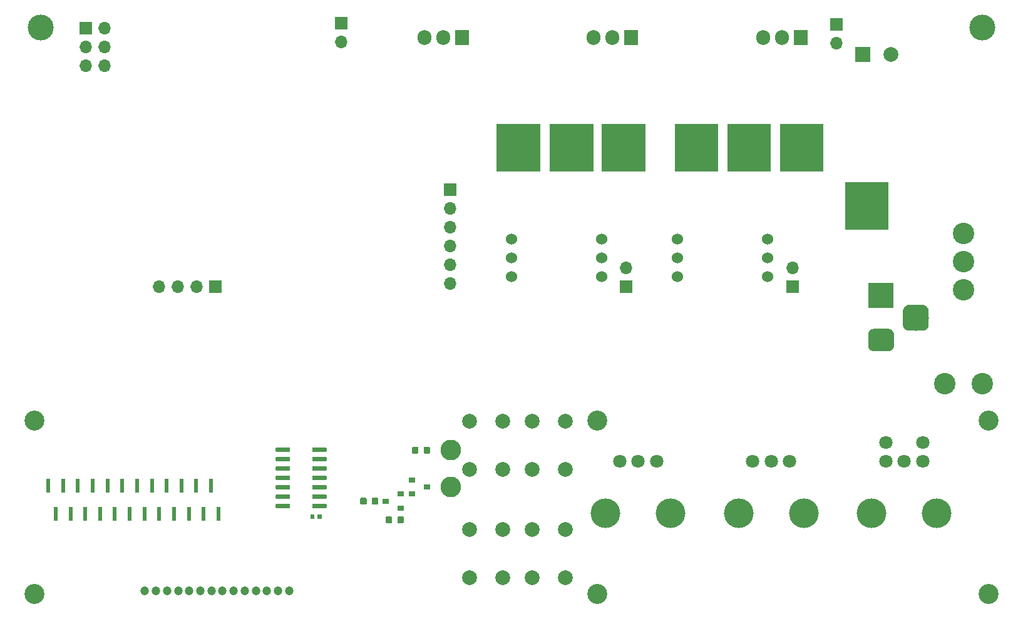
<source format=gbs>
G04 #@! TF.GenerationSoftware,KiCad,Pcbnew,(5.1.2)-1*
G04 #@! TF.CreationDate,2019-05-27T01:00:54-05:00*
G04 #@! TF.ProjectId,mk312,6d6b3331-322e-46b6-9963-61645f706362,rev?*
G04 #@! TF.SameCoordinates,Original*
G04 #@! TF.FileFunction,Soldermask,Bot*
G04 #@! TF.FilePolarity,Negative*
%FSLAX46Y46*%
G04 Gerber Fmt 4.6, Leading zero omitted, Abs format (unit mm)*
G04 Created by KiCad (PCBNEW (5.1.2)-1) date 2019-05-27 01:00:54*
%MOMM*%
%LPD*%
G04 APERTURE LIST*
%ADD10C,0.050000*%
%ADD11C,1.524000*%
%ADD12C,3.500000*%
%ADD13C,2.700000*%
%ADD14C,1.800000*%
%ADD15C,4.000000*%
%ADD16C,2.800000*%
%ADD17C,1.200000*%
%ADD18C,2.000000*%
%ADD19C,0.100000*%
%ADD20C,3.000000*%
%ADD21R,3.500000X3.500000*%
%ADD22O,1.905000X2.000000*%
%ADD23R,1.905000X2.000000*%
%ADD24C,2.900000*%
%ADD25R,0.600000X1.850000*%
%ADD26C,0.590000*%
%ADD27O,1.700000X1.700000*%
%ADD28R,1.700000X1.700000*%
%ADD29C,1.998980*%
%ADD30R,1.998980X1.998980*%
%ADD31C,0.600000*%
%ADD32R,0.900000X0.800000*%
%ADD33C,0.875000*%
G04 APERTURE END LIST*
D10*
G36*
X194032000Y-53612000D02*
G01*
X188232000Y-53612000D01*
X188232000Y-47212000D01*
X194032000Y-47212000D01*
X194032000Y-53612000D01*
G37*
X194032000Y-53612000D02*
X188232000Y-53612000D01*
X188232000Y-47212000D01*
X194032000Y-47212000D01*
X194032000Y-53612000D01*
G36*
X185214000Y-45750000D02*
G01*
X179414000Y-45750000D01*
X179414000Y-39350000D01*
X185214000Y-39350000D01*
X185214000Y-45750000D01*
G37*
X185214000Y-45750000D02*
X179414000Y-45750000D01*
X179414000Y-39350000D01*
X185214000Y-39350000D01*
X185214000Y-45750000D01*
G36*
X178100000Y-45750000D02*
G01*
X172300000Y-45750000D01*
X172300000Y-39350000D01*
X178100000Y-39350000D01*
X178100000Y-45750000D01*
G37*
X178100000Y-45750000D02*
X172300000Y-45750000D01*
X172300000Y-39350000D01*
X178100000Y-39350000D01*
X178100000Y-45750000D01*
G36*
X170990000Y-45750000D02*
G01*
X165190000Y-45750000D01*
X165190000Y-39350000D01*
X170990000Y-39350000D01*
X170990000Y-45750000D01*
G37*
X170990000Y-45750000D02*
X165190000Y-45750000D01*
X165190000Y-39350000D01*
X170990000Y-39350000D01*
X170990000Y-45750000D01*
G36*
X161148000Y-45750000D02*
G01*
X155348000Y-45750000D01*
X155348000Y-39350000D01*
X161148000Y-39350000D01*
X161148000Y-45750000D01*
G37*
X161148000Y-45750000D02*
X155348000Y-45750000D01*
X155348000Y-39350000D01*
X161148000Y-39350000D01*
X161148000Y-45750000D01*
G36*
X154100000Y-45750000D02*
G01*
X148300000Y-45750000D01*
X148300000Y-39350000D01*
X154100000Y-39350000D01*
X154100000Y-45750000D01*
G37*
X154100000Y-45750000D02*
X148300000Y-45750000D01*
X148300000Y-39350000D01*
X154100000Y-39350000D01*
X154100000Y-45750000D01*
G36*
X146924000Y-45750000D02*
G01*
X141124000Y-45750000D01*
X141124000Y-39350000D01*
X146924000Y-39350000D01*
X146924000Y-45750000D01*
G37*
X146924000Y-45750000D02*
X141124000Y-45750000D01*
X141124000Y-39350000D01*
X146924000Y-39350000D01*
X146924000Y-45750000D01*
D11*
X143104000Y-60040000D03*
X143104000Y-57500000D03*
X143104000Y-54960000D03*
X155296000Y-54960000D03*
X155296000Y-57500000D03*
X155296000Y-60040000D03*
D12*
X206770000Y-26330000D03*
X79430000Y-26330000D03*
D13*
X207650000Y-79500000D03*
X207650000Y-103000000D03*
X154750000Y-103000000D03*
X78600000Y-103000000D03*
X154750000Y-79500000D03*
X78600000Y-79500000D03*
D14*
X193750000Y-82500000D03*
X198750000Y-82500000D03*
X198750000Y-85000000D03*
X196250000Y-85000000D03*
X193750000Y-85000000D03*
D15*
X200650000Y-92000000D03*
X191850000Y-92000000D03*
X173850000Y-92000000D03*
X182650000Y-92000000D03*
D14*
X175750000Y-85000000D03*
X178250000Y-85000000D03*
X180750000Y-85000000D03*
D15*
X155850000Y-92000000D03*
X164650000Y-92000000D03*
D14*
X157750000Y-85000000D03*
X160250000Y-85000000D03*
X162750000Y-85000000D03*
D16*
X134950000Y-88500000D03*
X134950000Y-83500000D03*
D17*
X93550000Y-102550000D03*
X95050000Y-102550000D03*
X96550000Y-102550000D03*
X98050000Y-102550000D03*
X99550000Y-102550000D03*
X101050000Y-102550000D03*
X102550000Y-102550000D03*
X104050000Y-102550000D03*
X105550000Y-102550000D03*
X107050000Y-102550000D03*
X108550000Y-102550000D03*
X110050000Y-102550000D03*
X111550000Y-102550000D03*
X113050000Y-102550000D03*
D18*
X137450000Y-79600000D03*
X137450000Y-86100000D03*
X141950000Y-79600000D03*
X141950000Y-86100000D03*
X150450000Y-86100000D03*
X150450000Y-79600000D03*
X145950000Y-86100000D03*
X145950000Y-79600000D03*
X137450000Y-94250000D03*
X137450000Y-100750000D03*
X141950000Y-94250000D03*
X141950000Y-100750000D03*
X150450000Y-100750000D03*
X150450000Y-94250000D03*
X145950000Y-100750000D03*
X145950000Y-94250000D03*
D19*
G36*
X198760765Y-63850213D02*
G01*
X198845704Y-63862813D01*
X198928999Y-63883677D01*
X199009848Y-63912605D01*
X199087472Y-63949319D01*
X199161124Y-63993464D01*
X199230094Y-64044616D01*
X199293718Y-64102282D01*
X199351384Y-64165906D01*
X199402536Y-64234876D01*
X199446681Y-64308528D01*
X199483395Y-64386152D01*
X199512323Y-64467001D01*
X199533187Y-64550296D01*
X199545787Y-64635235D01*
X199550000Y-64721000D01*
X199550000Y-66471000D01*
X199545787Y-66556765D01*
X199533187Y-66641704D01*
X199512323Y-66724999D01*
X199483395Y-66805848D01*
X199446681Y-66883472D01*
X199402536Y-66957124D01*
X199351384Y-67026094D01*
X199293718Y-67089718D01*
X199230094Y-67147384D01*
X199161124Y-67198536D01*
X199087472Y-67242681D01*
X199009848Y-67279395D01*
X198928999Y-67308323D01*
X198845704Y-67329187D01*
X198760765Y-67341787D01*
X198675000Y-67346000D01*
X196925000Y-67346000D01*
X196839235Y-67341787D01*
X196754296Y-67329187D01*
X196671001Y-67308323D01*
X196590152Y-67279395D01*
X196512528Y-67242681D01*
X196438876Y-67198536D01*
X196369906Y-67147384D01*
X196306282Y-67089718D01*
X196248616Y-67026094D01*
X196197464Y-66957124D01*
X196153319Y-66883472D01*
X196116605Y-66805848D01*
X196087677Y-66724999D01*
X196066813Y-66641704D01*
X196054213Y-66556765D01*
X196050000Y-66471000D01*
X196050000Y-64721000D01*
X196054213Y-64635235D01*
X196066813Y-64550296D01*
X196087677Y-64467001D01*
X196116605Y-64386152D01*
X196153319Y-64308528D01*
X196197464Y-64234876D01*
X196248616Y-64165906D01*
X196306282Y-64102282D01*
X196369906Y-64044616D01*
X196438876Y-63993464D01*
X196512528Y-63949319D01*
X196590152Y-63912605D01*
X196671001Y-63883677D01*
X196754296Y-63862813D01*
X196839235Y-63850213D01*
X196925000Y-63846000D01*
X198675000Y-63846000D01*
X198760765Y-63850213D01*
X198760765Y-63850213D01*
G37*
D12*
X197800000Y-65596000D03*
D19*
G36*
X194173513Y-67099611D02*
G01*
X194246318Y-67110411D01*
X194317714Y-67128295D01*
X194387013Y-67153090D01*
X194453548Y-67184559D01*
X194516678Y-67222398D01*
X194575795Y-67266242D01*
X194630330Y-67315670D01*
X194679758Y-67370205D01*
X194723602Y-67429322D01*
X194761441Y-67492452D01*
X194792910Y-67558987D01*
X194817705Y-67628286D01*
X194835589Y-67699682D01*
X194846389Y-67772487D01*
X194850000Y-67846000D01*
X194850000Y-69346000D01*
X194846389Y-69419513D01*
X194835589Y-69492318D01*
X194817705Y-69563714D01*
X194792910Y-69633013D01*
X194761441Y-69699548D01*
X194723602Y-69762678D01*
X194679758Y-69821795D01*
X194630330Y-69876330D01*
X194575795Y-69925758D01*
X194516678Y-69969602D01*
X194453548Y-70007441D01*
X194387013Y-70038910D01*
X194317714Y-70063705D01*
X194246318Y-70081589D01*
X194173513Y-70092389D01*
X194100000Y-70096000D01*
X192100000Y-70096000D01*
X192026487Y-70092389D01*
X191953682Y-70081589D01*
X191882286Y-70063705D01*
X191812987Y-70038910D01*
X191746452Y-70007441D01*
X191683322Y-69969602D01*
X191624205Y-69925758D01*
X191569670Y-69876330D01*
X191520242Y-69821795D01*
X191476398Y-69762678D01*
X191438559Y-69699548D01*
X191407090Y-69633013D01*
X191382295Y-69563714D01*
X191364411Y-69492318D01*
X191353611Y-69419513D01*
X191350000Y-69346000D01*
X191350000Y-67846000D01*
X191353611Y-67772487D01*
X191364411Y-67699682D01*
X191382295Y-67628286D01*
X191407090Y-67558987D01*
X191438559Y-67492452D01*
X191476398Y-67429322D01*
X191520242Y-67370205D01*
X191569670Y-67315670D01*
X191624205Y-67266242D01*
X191683322Y-67222398D01*
X191746452Y-67184559D01*
X191812987Y-67153090D01*
X191882286Y-67128295D01*
X191953682Y-67110411D01*
X192026487Y-67099611D01*
X192100000Y-67096000D01*
X194100000Y-67096000D01*
X194173513Y-67099611D01*
X194173513Y-67099611D01*
G37*
D20*
X193100000Y-68596000D03*
D21*
X193100000Y-62596000D03*
D22*
X177136200Y-27671000D03*
X179676200Y-27671000D03*
D23*
X182216200Y-27671000D03*
D22*
X154200000Y-27671000D03*
X156740000Y-27671000D03*
D23*
X159280000Y-27671000D03*
D22*
X131340000Y-27671000D03*
X133880000Y-27671000D03*
D23*
X136420000Y-27671000D03*
D24*
X206790000Y-74534000D03*
X201710000Y-74534000D03*
X204250000Y-54214000D03*
X204250000Y-58024000D03*
X204250000Y-61834000D03*
D25*
X80490000Y-88300000D03*
X81490000Y-92150000D03*
X82490000Y-88300000D03*
X83490000Y-92150000D03*
X84490000Y-88300000D03*
X85490000Y-92150000D03*
X86490000Y-88300000D03*
X87490000Y-92150000D03*
X88490000Y-88300000D03*
X89490000Y-92150000D03*
X90490000Y-88300000D03*
X91490000Y-92150000D03*
X92490000Y-88300000D03*
X93490000Y-92150000D03*
X94490000Y-88300000D03*
X95490000Y-92150000D03*
X96490000Y-88300000D03*
X97490000Y-92150000D03*
X98490000Y-88300000D03*
X99490000Y-92150000D03*
X100490000Y-88300000D03*
X101490000Y-92150000D03*
X102490000Y-88300000D03*
X103490000Y-92150000D03*
D19*
G36*
X116366958Y-92180710D02*
G01*
X116381276Y-92182834D01*
X116395317Y-92186351D01*
X116408946Y-92191228D01*
X116422031Y-92197417D01*
X116434447Y-92204858D01*
X116446073Y-92213481D01*
X116456798Y-92223202D01*
X116466519Y-92233927D01*
X116475142Y-92245553D01*
X116482583Y-92257969D01*
X116488772Y-92271054D01*
X116493649Y-92284683D01*
X116497166Y-92298724D01*
X116499290Y-92313042D01*
X116500000Y-92327500D01*
X116500000Y-92672500D01*
X116499290Y-92686958D01*
X116497166Y-92701276D01*
X116493649Y-92715317D01*
X116488772Y-92728946D01*
X116482583Y-92742031D01*
X116475142Y-92754447D01*
X116466519Y-92766073D01*
X116456798Y-92776798D01*
X116446073Y-92786519D01*
X116434447Y-92795142D01*
X116422031Y-92802583D01*
X116408946Y-92808772D01*
X116395317Y-92813649D01*
X116381276Y-92817166D01*
X116366958Y-92819290D01*
X116352500Y-92820000D01*
X116057500Y-92820000D01*
X116043042Y-92819290D01*
X116028724Y-92817166D01*
X116014683Y-92813649D01*
X116001054Y-92808772D01*
X115987969Y-92802583D01*
X115975553Y-92795142D01*
X115963927Y-92786519D01*
X115953202Y-92776798D01*
X115943481Y-92766073D01*
X115934858Y-92754447D01*
X115927417Y-92742031D01*
X115921228Y-92728946D01*
X115916351Y-92715317D01*
X115912834Y-92701276D01*
X115910710Y-92686958D01*
X115910000Y-92672500D01*
X115910000Y-92327500D01*
X115910710Y-92313042D01*
X115912834Y-92298724D01*
X115916351Y-92284683D01*
X115921228Y-92271054D01*
X115927417Y-92257969D01*
X115934858Y-92245553D01*
X115943481Y-92233927D01*
X115953202Y-92223202D01*
X115963927Y-92213481D01*
X115975553Y-92204858D01*
X115987969Y-92197417D01*
X116001054Y-92191228D01*
X116014683Y-92186351D01*
X116028724Y-92182834D01*
X116043042Y-92180710D01*
X116057500Y-92180000D01*
X116352500Y-92180000D01*
X116366958Y-92180710D01*
X116366958Y-92180710D01*
G37*
D26*
X116205000Y-92500000D03*
D19*
G36*
X117336958Y-92180710D02*
G01*
X117351276Y-92182834D01*
X117365317Y-92186351D01*
X117378946Y-92191228D01*
X117392031Y-92197417D01*
X117404447Y-92204858D01*
X117416073Y-92213481D01*
X117426798Y-92223202D01*
X117436519Y-92233927D01*
X117445142Y-92245553D01*
X117452583Y-92257969D01*
X117458772Y-92271054D01*
X117463649Y-92284683D01*
X117467166Y-92298724D01*
X117469290Y-92313042D01*
X117470000Y-92327500D01*
X117470000Y-92672500D01*
X117469290Y-92686958D01*
X117467166Y-92701276D01*
X117463649Y-92715317D01*
X117458772Y-92728946D01*
X117452583Y-92742031D01*
X117445142Y-92754447D01*
X117436519Y-92766073D01*
X117426798Y-92776798D01*
X117416073Y-92786519D01*
X117404447Y-92795142D01*
X117392031Y-92802583D01*
X117378946Y-92808772D01*
X117365317Y-92813649D01*
X117351276Y-92817166D01*
X117336958Y-92819290D01*
X117322500Y-92820000D01*
X117027500Y-92820000D01*
X117013042Y-92819290D01*
X116998724Y-92817166D01*
X116984683Y-92813649D01*
X116971054Y-92808772D01*
X116957969Y-92802583D01*
X116945553Y-92795142D01*
X116933927Y-92786519D01*
X116923202Y-92776798D01*
X116913481Y-92766073D01*
X116904858Y-92754447D01*
X116897417Y-92742031D01*
X116891228Y-92728946D01*
X116886351Y-92715317D01*
X116882834Y-92701276D01*
X116880710Y-92686958D01*
X116880000Y-92672500D01*
X116880000Y-92327500D01*
X116880710Y-92313042D01*
X116882834Y-92298724D01*
X116886351Y-92284683D01*
X116891228Y-92271054D01*
X116897417Y-92257969D01*
X116904858Y-92245553D01*
X116913481Y-92233927D01*
X116923202Y-92223202D01*
X116933927Y-92213481D01*
X116945553Y-92204858D01*
X116957969Y-92197417D01*
X116971054Y-92191228D01*
X116984683Y-92186351D01*
X116998724Y-92182834D01*
X117013042Y-92180710D01*
X117027500Y-92180000D01*
X117322500Y-92180000D01*
X117336958Y-92180710D01*
X117336958Y-92180710D01*
G37*
D26*
X117175000Y-92500000D03*
D27*
X158640000Y-58810000D03*
D28*
X158640000Y-61350000D03*
D27*
X181140000Y-58810000D03*
D28*
X181140000Y-61350000D03*
D27*
X187100000Y-28420000D03*
D28*
X187100000Y-25880000D03*
D27*
X120138600Y-28306000D03*
D28*
X120138600Y-25766000D03*
D27*
X95440000Y-61420000D03*
X97980000Y-61420000D03*
X100520000Y-61420000D03*
D28*
X103060000Y-61420000D03*
D27*
X134840000Y-60970000D03*
X134840000Y-58430000D03*
X134840000Y-55890000D03*
X134840000Y-53350000D03*
X134840000Y-50810000D03*
D28*
X134840000Y-48270000D03*
D27*
X88130000Y-31530000D03*
X85590000Y-31530000D03*
X88130000Y-28990000D03*
X85590000Y-28990000D03*
X88130000Y-26450000D03*
D28*
X85590000Y-26450000D03*
D29*
X194400000Y-29940000D03*
D30*
X190590000Y-29940000D03*
D19*
G36*
X118004703Y-90760722D02*
G01*
X118019264Y-90762882D01*
X118033543Y-90766459D01*
X118047403Y-90771418D01*
X118060710Y-90777712D01*
X118073336Y-90785280D01*
X118085159Y-90794048D01*
X118096066Y-90803934D01*
X118105952Y-90814841D01*
X118114720Y-90826664D01*
X118122288Y-90839290D01*
X118128582Y-90852597D01*
X118133541Y-90866457D01*
X118137118Y-90880736D01*
X118139278Y-90895297D01*
X118140000Y-90910000D01*
X118140000Y-91210000D01*
X118139278Y-91224703D01*
X118137118Y-91239264D01*
X118133541Y-91253543D01*
X118128582Y-91267403D01*
X118122288Y-91280710D01*
X118114720Y-91293336D01*
X118105952Y-91305159D01*
X118096066Y-91316066D01*
X118085159Y-91325952D01*
X118073336Y-91334720D01*
X118060710Y-91342288D01*
X118047403Y-91348582D01*
X118033543Y-91353541D01*
X118019264Y-91357118D01*
X118004703Y-91359278D01*
X117990000Y-91360000D01*
X116340000Y-91360000D01*
X116325297Y-91359278D01*
X116310736Y-91357118D01*
X116296457Y-91353541D01*
X116282597Y-91348582D01*
X116269290Y-91342288D01*
X116256664Y-91334720D01*
X116244841Y-91325952D01*
X116233934Y-91316066D01*
X116224048Y-91305159D01*
X116215280Y-91293336D01*
X116207712Y-91280710D01*
X116201418Y-91267403D01*
X116196459Y-91253543D01*
X116192882Y-91239264D01*
X116190722Y-91224703D01*
X116190000Y-91210000D01*
X116190000Y-90910000D01*
X116190722Y-90895297D01*
X116192882Y-90880736D01*
X116196459Y-90866457D01*
X116201418Y-90852597D01*
X116207712Y-90839290D01*
X116215280Y-90826664D01*
X116224048Y-90814841D01*
X116233934Y-90803934D01*
X116244841Y-90794048D01*
X116256664Y-90785280D01*
X116269290Y-90777712D01*
X116282597Y-90771418D01*
X116296457Y-90766459D01*
X116310736Y-90762882D01*
X116325297Y-90760722D01*
X116340000Y-90760000D01*
X117990000Y-90760000D01*
X118004703Y-90760722D01*
X118004703Y-90760722D01*
G37*
D31*
X117165000Y-91060000D03*
D19*
G36*
X118004703Y-89490722D02*
G01*
X118019264Y-89492882D01*
X118033543Y-89496459D01*
X118047403Y-89501418D01*
X118060710Y-89507712D01*
X118073336Y-89515280D01*
X118085159Y-89524048D01*
X118096066Y-89533934D01*
X118105952Y-89544841D01*
X118114720Y-89556664D01*
X118122288Y-89569290D01*
X118128582Y-89582597D01*
X118133541Y-89596457D01*
X118137118Y-89610736D01*
X118139278Y-89625297D01*
X118140000Y-89640000D01*
X118140000Y-89940000D01*
X118139278Y-89954703D01*
X118137118Y-89969264D01*
X118133541Y-89983543D01*
X118128582Y-89997403D01*
X118122288Y-90010710D01*
X118114720Y-90023336D01*
X118105952Y-90035159D01*
X118096066Y-90046066D01*
X118085159Y-90055952D01*
X118073336Y-90064720D01*
X118060710Y-90072288D01*
X118047403Y-90078582D01*
X118033543Y-90083541D01*
X118019264Y-90087118D01*
X118004703Y-90089278D01*
X117990000Y-90090000D01*
X116340000Y-90090000D01*
X116325297Y-90089278D01*
X116310736Y-90087118D01*
X116296457Y-90083541D01*
X116282597Y-90078582D01*
X116269290Y-90072288D01*
X116256664Y-90064720D01*
X116244841Y-90055952D01*
X116233934Y-90046066D01*
X116224048Y-90035159D01*
X116215280Y-90023336D01*
X116207712Y-90010710D01*
X116201418Y-89997403D01*
X116196459Y-89983543D01*
X116192882Y-89969264D01*
X116190722Y-89954703D01*
X116190000Y-89940000D01*
X116190000Y-89640000D01*
X116190722Y-89625297D01*
X116192882Y-89610736D01*
X116196459Y-89596457D01*
X116201418Y-89582597D01*
X116207712Y-89569290D01*
X116215280Y-89556664D01*
X116224048Y-89544841D01*
X116233934Y-89533934D01*
X116244841Y-89524048D01*
X116256664Y-89515280D01*
X116269290Y-89507712D01*
X116282597Y-89501418D01*
X116296457Y-89496459D01*
X116310736Y-89492882D01*
X116325297Y-89490722D01*
X116340000Y-89490000D01*
X117990000Y-89490000D01*
X118004703Y-89490722D01*
X118004703Y-89490722D01*
G37*
D31*
X117165000Y-89790000D03*
D19*
G36*
X118004703Y-88220722D02*
G01*
X118019264Y-88222882D01*
X118033543Y-88226459D01*
X118047403Y-88231418D01*
X118060710Y-88237712D01*
X118073336Y-88245280D01*
X118085159Y-88254048D01*
X118096066Y-88263934D01*
X118105952Y-88274841D01*
X118114720Y-88286664D01*
X118122288Y-88299290D01*
X118128582Y-88312597D01*
X118133541Y-88326457D01*
X118137118Y-88340736D01*
X118139278Y-88355297D01*
X118140000Y-88370000D01*
X118140000Y-88670000D01*
X118139278Y-88684703D01*
X118137118Y-88699264D01*
X118133541Y-88713543D01*
X118128582Y-88727403D01*
X118122288Y-88740710D01*
X118114720Y-88753336D01*
X118105952Y-88765159D01*
X118096066Y-88776066D01*
X118085159Y-88785952D01*
X118073336Y-88794720D01*
X118060710Y-88802288D01*
X118047403Y-88808582D01*
X118033543Y-88813541D01*
X118019264Y-88817118D01*
X118004703Y-88819278D01*
X117990000Y-88820000D01*
X116340000Y-88820000D01*
X116325297Y-88819278D01*
X116310736Y-88817118D01*
X116296457Y-88813541D01*
X116282597Y-88808582D01*
X116269290Y-88802288D01*
X116256664Y-88794720D01*
X116244841Y-88785952D01*
X116233934Y-88776066D01*
X116224048Y-88765159D01*
X116215280Y-88753336D01*
X116207712Y-88740710D01*
X116201418Y-88727403D01*
X116196459Y-88713543D01*
X116192882Y-88699264D01*
X116190722Y-88684703D01*
X116190000Y-88670000D01*
X116190000Y-88370000D01*
X116190722Y-88355297D01*
X116192882Y-88340736D01*
X116196459Y-88326457D01*
X116201418Y-88312597D01*
X116207712Y-88299290D01*
X116215280Y-88286664D01*
X116224048Y-88274841D01*
X116233934Y-88263934D01*
X116244841Y-88254048D01*
X116256664Y-88245280D01*
X116269290Y-88237712D01*
X116282597Y-88231418D01*
X116296457Y-88226459D01*
X116310736Y-88222882D01*
X116325297Y-88220722D01*
X116340000Y-88220000D01*
X117990000Y-88220000D01*
X118004703Y-88220722D01*
X118004703Y-88220722D01*
G37*
D31*
X117165000Y-88520000D03*
D19*
G36*
X118004703Y-86950722D02*
G01*
X118019264Y-86952882D01*
X118033543Y-86956459D01*
X118047403Y-86961418D01*
X118060710Y-86967712D01*
X118073336Y-86975280D01*
X118085159Y-86984048D01*
X118096066Y-86993934D01*
X118105952Y-87004841D01*
X118114720Y-87016664D01*
X118122288Y-87029290D01*
X118128582Y-87042597D01*
X118133541Y-87056457D01*
X118137118Y-87070736D01*
X118139278Y-87085297D01*
X118140000Y-87100000D01*
X118140000Y-87400000D01*
X118139278Y-87414703D01*
X118137118Y-87429264D01*
X118133541Y-87443543D01*
X118128582Y-87457403D01*
X118122288Y-87470710D01*
X118114720Y-87483336D01*
X118105952Y-87495159D01*
X118096066Y-87506066D01*
X118085159Y-87515952D01*
X118073336Y-87524720D01*
X118060710Y-87532288D01*
X118047403Y-87538582D01*
X118033543Y-87543541D01*
X118019264Y-87547118D01*
X118004703Y-87549278D01*
X117990000Y-87550000D01*
X116340000Y-87550000D01*
X116325297Y-87549278D01*
X116310736Y-87547118D01*
X116296457Y-87543541D01*
X116282597Y-87538582D01*
X116269290Y-87532288D01*
X116256664Y-87524720D01*
X116244841Y-87515952D01*
X116233934Y-87506066D01*
X116224048Y-87495159D01*
X116215280Y-87483336D01*
X116207712Y-87470710D01*
X116201418Y-87457403D01*
X116196459Y-87443543D01*
X116192882Y-87429264D01*
X116190722Y-87414703D01*
X116190000Y-87400000D01*
X116190000Y-87100000D01*
X116190722Y-87085297D01*
X116192882Y-87070736D01*
X116196459Y-87056457D01*
X116201418Y-87042597D01*
X116207712Y-87029290D01*
X116215280Y-87016664D01*
X116224048Y-87004841D01*
X116233934Y-86993934D01*
X116244841Y-86984048D01*
X116256664Y-86975280D01*
X116269290Y-86967712D01*
X116282597Y-86961418D01*
X116296457Y-86956459D01*
X116310736Y-86952882D01*
X116325297Y-86950722D01*
X116340000Y-86950000D01*
X117990000Y-86950000D01*
X118004703Y-86950722D01*
X118004703Y-86950722D01*
G37*
D31*
X117165000Y-87250000D03*
D19*
G36*
X118004703Y-85680722D02*
G01*
X118019264Y-85682882D01*
X118033543Y-85686459D01*
X118047403Y-85691418D01*
X118060710Y-85697712D01*
X118073336Y-85705280D01*
X118085159Y-85714048D01*
X118096066Y-85723934D01*
X118105952Y-85734841D01*
X118114720Y-85746664D01*
X118122288Y-85759290D01*
X118128582Y-85772597D01*
X118133541Y-85786457D01*
X118137118Y-85800736D01*
X118139278Y-85815297D01*
X118140000Y-85830000D01*
X118140000Y-86130000D01*
X118139278Y-86144703D01*
X118137118Y-86159264D01*
X118133541Y-86173543D01*
X118128582Y-86187403D01*
X118122288Y-86200710D01*
X118114720Y-86213336D01*
X118105952Y-86225159D01*
X118096066Y-86236066D01*
X118085159Y-86245952D01*
X118073336Y-86254720D01*
X118060710Y-86262288D01*
X118047403Y-86268582D01*
X118033543Y-86273541D01*
X118019264Y-86277118D01*
X118004703Y-86279278D01*
X117990000Y-86280000D01*
X116340000Y-86280000D01*
X116325297Y-86279278D01*
X116310736Y-86277118D01*
X116296457Y-86273541D01*
X116282597Y-86268582D01*
X116269290Y-86262288D01*
X116256664Y-86254720D01*
X116244841Y-86245952D01*
X116233934Y-86236066D01*
X116224048Y-86225159D01*
X116215280Y-86213336D01*
X116207712Y-86200710D01*
X116201418Y-86187403D01*
X116196459Y-86173543D01*
X116192882Y-86159264D01*
X116190722Y-86144703D01*
X116190000Y-86130000D01*
X116190000Y-85830000D01*
X116190722Y-85815297D01*
X116192882Y-85800736D01*
X116196459Y-85786457D01*
X116201418Y-85772597D01*
X116207712Y-85759290D01*
X116215280Y-85746664D01*
X116224048Y-85734841D01*
X116233934Y-85723934D01*
X116244841Y-85714048D01*
X116256664Y-85705280D01*
X116269290Y-85697712D01*
X116282597Y-85691418D01*
X116296457Y-85686459D01*
X116310736Y-85682882D01*
X116325297Y-85680722D01*
X116340000Y-85680000D01*
X117990000Y-85680000D01*
X118004703Y-85680722D01*
X118004703Y-85680722D01*
G37*
D31*
X117165000Y-85980000D03*
D19*
G36*
X118004703Y-84410722D02*
G01*
X118019264Y-84412882D01*
X118033543Y-84416459D01*
X118047403Y-84421418D01*
X118060710Y-84427712D01*
X118073336Y-84435280D01*
X118085159Y-84444048D01*
X118096066Y-84453934D01*
X118105952Y-84464841D01*
X118114720Y-84476664D01*
X118122288Y-84489290D01*
X118128582Y-84502597D01*
X118133541Y-84516457D01*
X118137118Y-84530736D01*
X118139278Y-84545297D01*
X118140000Y-84560000D01*
X118140000Y-84860000D01*
X118139278Y-84874703D01*
X118137118Y-84889264D01*
X118133541Y-84903543D01*
X118128582Y-84917403D01*
X118122288Y-84930710D01*
X118114720Y-84943336D01*
X118105952Y-84955159D01*
X118096066Y-84966066D01*
X118085159Y-84975952D01*
X118073336Y-84984720D01*
X118060710Y-84992288D01*
X118047403Y-84998582D01*
X118033543Y-85003541D01*
X118019264Y-85007118D01*
X118004703Y-85009278D01*
X117990000Y-85010000D01*
X116340000Y-85010000D01*
X116325297Y-85009278D01*
X116310736Y-85007118D01*
X116296457Y-85003541D01*
X116282597Y-84998582D01*
X116269290Y-84992288D01*
X116256664Y-84984720D01*
X116244841Y-84975952D01*
X116233934Y-84966066D01*
X116224048Y-84955159D01*
X116215280Y-84943336D01*
X116207712Y-84930710D01*
X116201418Y-84917403D01*
X116196459Y-84903543D01*
X116192882Y-84889264D01*
X116190722Y-84874703D01*
X116190000Y-84860000D01*
X116190000Y-84560000D01*
X116190722Y-84545297D01*
X116192882Y-84530736D01*
X116196459Y-84516457D01*
X116201418Y-84502597D01*
X116207712Y-84489290D01*
X116215280Y-84476664D01*
X116224048Y-84464841D01*
X116233934Y-84453934D01*
X116244841Y-84444048D01*
X116256664Y-84435280D01*
X116269290Y-84427712D01*
X116282597Y-84421418D01*
X116296457Y-84416459D01*
X116310736Y-84412882D01*
X116325297Y-84410722D01*
X116340000Y-84410000D01*
X117990000Y-84410000D01*
X118004703Y-84410722D01*
X118004703Y-84410722D01*
G37*
D31*
X117165000Y-84710000D03*
D19*
G36*
X118004703Y-83140722D02*
G01*
X118019264Y-83142882D01*
X118033543Y-83146459D01*
X118047403Y-83151418D01*
X118060710Y-83157712D01*
X118073336Y-83165280D01*
X118085159Y-83174048D01*
X118096066Y-83183934D01*
X118105952Y-83194841D01*
X118114720Y-83206664D01*
X118122288Y-83219290D01*
X118128582Y-83232597D01*
X118133541Y-83246457D01*
X118137118Y-83260736D01*
X118139278Y-83275297D01*
X118140000Y-83290000D01*
X118140000Y-83590000D01*
X118139278Y-83604703D01*
X118137118Y-83619264D01*
X118133541Y-83633543D01*
X118128582Y-83647403D01*
X118122288Y-83660710D01*
X118114720Y-83673336D01*
X118105952Y-83685159D01*
X118096066Y-83696066D01*
X118085159Y-83705952D01*
X118073336Y-83714720D01*
X118060710Y-83722288D01*
X118047403Y-83728582D01*
X118033543Y-83733541D01*
X118019264Y-83737118D01*
X118004703Y-83739278D01*
X117990000Y-83740000D01*
X116340000Y-83740000D01*
X116325297Y-83739278D01*
X116310736Y-83737118D01*
X116296457Y-83733541D01*
X116282597Y-83728582D01*
X116269290Y-83722288D01*
X116256664Y-83714720D01*
X116244841Y-83705952D01*
X116233934Y-83696066D01*
X116224048Y-83685159D01*
X116215280Y-83673336D01*
X116207712Y-83660710D01*
X116201418Y-83647403D01*
X116196459Y-83633543D01*
X116192882Y-83619264D01*
X116190722Y-83604703D01*
X116190000Y-83590000D01*
X116190000Y-83290000D01*
X116190722Y-83275297D01*
X116192882Y-83260736D01*
X116196459Y-83246457D01*
X116201418Y-83232597D01*
X116207712Y-83219290D01*
X116215280Y-83206664D01*
X116224048Y-83194841D01*
X116233934Y-83183934D01*
X116244841Y-83174048D01*
X116256664Y-83165280D01*
X116269290Y-83157712D01*
X116282597Y-83151418D01*
X116296457Y-83146459D01*
X116310736Y-83142882D01*
X116325297Y-83140722D01*
X116340000Y-83140000D01*
X117990000Y-83140000D01*
X118004703Y-83140722D01*
X118004703Y-83140722D01*
G37*
D31*
X117165000Y-83440000D03*
D19*
G36*
X113054703Y-83140722D02*
G01*
X113069264Y-83142882D01*
X113083543Y-83146459D01*
X113097403Y-83151418D01*
X113110710Y-83157712D01*
X113123336Y-83165280D01*
X113135159Y-83174048D01*
X113146066Y-83183934D01*
X113155952Y-83194841D01*
X113164720Y-83206664D01*
X113172288Y-83219290D01*
X113178582Y-83232597D01*
X113183541Y-83246457D01*
X113187118Y-83260736D01*
X113189278Y-83275297D01*
X113190000Y-83290000D01*
X113190000Y-83590000D01*
X113189278Y-83604703D01*
X113187118Y-83619264D01*
X113183541Y-83633543D01*
X113178582Y-83647403D01*
X113172288Y-83660710D01*
X113164720Y-83673336D01*
X113155952Y-83685159D01*
X113146066Y-83696066D01*
X113135159Y-83705952D01*
X113123336Y-83714720D01*
X113110710Y-83722288D01*
X113097403Y-83728582D01*
X113083543Y-83733541D01*
X113069264Y-83737118D01*
X113054703Y-83739278D01*
X113040000Y-83740000D01*
X111390000Y-83740000D01*
X111375297Y-83739278D01*
X111360736Y-83737118D01*
X111346457Y-83733541D01*
X111332597Y-83728582D01*
X111319290Y-83722288D01*
X111306664Y-83714720D01*
X111294841Y-83705952D01*
X111283934Y-83696066D01*
X111274048Y-83685159D01*
X111265280Y-83673336D01*
X111257712Y-83660710D01*
X111251418Y-83647403D01*
X111246459Y-83633543D01*
X111242882Y-83619264D01*
X111240722Y-83604703D01*
X111240000Y-83590000D01*
X111240000Y-83290000D01*
X111240722Y-83275297D01*
X111242882Y-83260736D01*
X111246459Y-83246457D01*
X111251418Y-83232597D01*
X111257712Y-83219290D01*
X111265280Y-83206664D01*
X111274048Y-83194841D01*
X111283934Y-83183934D01*
X111294841Y-83174048D01*
X111306664Y-83165280D01*
X111319290Y-83157712D01*
X111332597Y-83151418D01*
X111346457Y-83146459D01*
X111360736Y-83142882D01*
X111375297Y-83140722D01*
X111390000Y-83140000D01*
X113040000Y-83140000D01*
X113054703Y-83140722D01*
X113054703Y-83140722D01*
G37*
D31*
X112215000Y-83440000D03*
D19*
G36*
X113054703Y-84410722D02*
G01*
X113069264Y-84412882D01*
X113083543Y-84416459D01*
X113097403Y-84421418D01*
X113110710Y-84427712D01*
X113123336Y-84435280D01*
X113135159Y-84444048D01*
X113146066Y-84453934D01*
X113155952Y-84464841D01*
X113164720Y-84476664D01*
X113172288Y-84489290D01*
X113178582Y-84502597D01*
X113183541Y-84516457D01*
X113187118Y-84530736D01*
X113189278Y-84545297D01*
X113190000Y-84560000D01*
X113190000Y-84860000D01*
X113189278Y-84874703D01*
X113187118Y-84889264D01*
X113183541Y-84903543D01*
X113178582Y-84917403D01*
X113172288Y-84930710D01*
X113164720Y-84943336D01*
X113155952Y-84955159D01*
X113146066Y-84966066D01*
X113135159Y-84975952D01*
X113123336Y-84984720D01*
X113110710Y-84992288D01*
X113097403Y-84998582D01*
X113083543Y-85003541D01*
X113069264Y-85007118D01*
X113054703Y-85009278D01*
X113040000Y-85010000D01*
X111390000Y-85010000D01*
X111375297Y-85009278D01*
X111360736Y-85007118D01*
X111346457Y-85003541D01*
X111332597Y-84998582D01*
X111319290Y-84992288D01*
X111306664Y-84984720D01*
X111294841Y-84975952D01*
X111283934Y-84966066D01*
X111274048Y-84955159D01*
X111265280Y-84943336D01*
X111257712Y-84930710D01*
X111251418Y-84917403D01*
X111246459Y-84903543D01*
X111242882Y-84889264D01*
X111240722Y-84874703D01*
X111240000Y-84860000D01*
X111240000Y-84560000D01*
X111240722Y-84545297D01*
X111242882Y-84530736D01*
X111246459Y-84516457D01*
X111251418Y-84502597D01*
X111257712Y-84489290D01*
X111265280Y-84476664D01*
X111274048Y-84464841D01*
X111283934Y-84453934D01*
X111294841Y-84444048D01*
X111306664Y-84435280D01*
X111319290Y-84427712D01*
X111332597Y-84421418D01*
X111346457Y-84416459D01*
X111360736Y-84412882D01*
X111375297Y-84410722D01*
X111390000Y-84410000D01*
X113040000Y-84410000D01*
X113054703Y-84410722D01*
X113054703Y-84410722D01*
G37*
D31*
X112215000Y-84710000D03*
D19*
G36*
X113054703Y-85680722D02*
G01*
X113069264Y-85682882D01*
X113083543Y-85686459D01*
X113097403Y-85691418D01*
X113110710Y-85697712D01*
X113123336Y-85705280D01*
X113135159Y-85714048D01*
X113146066Y-85723934D01*
X113155952Y-85734841D01*
X113164720Y-85746664D01*
X113172288Y-85759290D01*
X113178582Y-85772597D01*
X113183541Y-85786457D01*
X113187118Y-85800736D01*
X113189278Y-85815297D01*
X113190000Y-85830000D01*
X113190000Y-86130000D01*
X113189278Y-86144703D01*
X113187118Y-86159264D01*
X113183541Y-86173543D01*
X113178582Y-86187403D01*
X113172288Y-86200710D01*
X113164720Y-86213336D01*
X113155952Y-86225159D01*
X113146066Y-86236066D01*
X113135159Y-86245952D01*
X113123336Y-86254720D01*
X113110710Y-86262288D01*
X113097403Y-86268582D01*
X113083543Y-86273541D01*
X113069264Y-86277118D01*
X113054703Y-86279278D01*
X113040000Y-86280000D01*
X111390000Y-86280000D01*
X111375297Y-86279278D01*
X111360736Y-86277118D01*
X111346457Y-86273541D01*
X111332597Y-86268582D01*
X111319290Y-86262288D01*
X111306664Y-86254720D01*
X111294841Y-86245952D01*
X111283934Y-86236066D01*
X111274048Y-86225159D01*
X111265280Y-86213336D01*
X111257712Y-86200710D01*
X111251418Y-86187403D01*
X111246459Y-86173543D01*
X111242882Y-86159264D01*
X111240722Y-86144703D01*
X111240000Y-86130000D01*
X111240000Y-85830000D01*
X111240722Y-85815297D01*
X111242882Y-85800736D01*
X111246459Y-85786457D01*
X111251418Y-85772597D01*
X111257712Y-85759290D01*
X111265280Y-85746664D01*
X111274048Y-85734841D01*
X111283934Y-85723934D01*
X111294841Y-85714048D01*
X111306664Y-85705280D01*
X111319290Y-85697712D01*
X111332597Y-85691418D01*
X111346457Y-85686459D01*
X111360736Y-85682882D01*
X111375297Y-85680722D01*
X111390000Y-85680000D01*
X113040000Y-85680000D01*
X113054703Y-85680722D01*
X113054703Y-85680722D01*
G37*
D31*
X112215000Y-85980000D03*
D19*
G36*
X113054703Y-86950722D02*
G01*
X113069264Y-86952882D01*
X113083543Y-86956459D01*
X113097403Y-86961418D01*
X113110710Y-86967712D01*
X113123336Y-86975280D01*
X113135159Y-86984048D01*
X113146066Y-86993934D01*
X113155952Y-87004841D01*
X113164720Y-87016664D01*
X113172288Y-87029290D01*
X113178582Y-87042597D01*
X113183541Y-87056457D01*
X113187118Y-87070736D01*
X113189278Y-87085297D01*
X113190000Y-87100000D01*
X113190000Y-87400000D01*
X113189278Y-87414703D01*
X113187118Y-87429264D01*
X113183541Y-87443543D01*
X113178582Y-87457403D01*
X113172288Y-87470710D01*
X113164720Y-87483336D01*
X113155952Y-87495159D01*
X113146066Y-87506066D01*
X113135159Y-87515952D01*
X113123336Y-87524720D01*
X113110710Y-87532288D01*
X113097403Y-87538582D01*
X113083543Y-87543541D01*
X113069264Y-87547118D01*
X113054703Y-87549278D01*
X113040000Y-87550000D01*
X111390000Y-87550000D01*
X111375297Y-87549278D01*
X111360736Y-87547118D01*
X111346457Y-87543541D01*
X111332597Y-87538582D01*
X111319290Y-87532288D01*
X111306664Y-87524720D01*
X111294841Y-87515952D01*
X111283934Y-87506066D01*
X111274048Y-87495159D01*
X111265280Y-87483336D01*
X111257712Y-87470710D01*
X111251418Y-87457403D01*
X111246459Y-87443543D01*
X111242882Y-87429264D01*
X111240722Y-87414703D01*
X111240000Y-87400000D01*
X111240000Y-87100000D01*
X111240722Y-87085297D01*
X111242882Y-87070736D01*
X111246459Y-87056457D01*
X111251418Y-87042597D01*
X111257712Y-87029290D01*
X111265280Y-87016664D01*
X111274048Y-87004841D01*
X111283934Y-86993934D01*
X111294841Y-86984048D01*
X111306664Y-86975280D01*
X111319290Y-86967712D01*
X111332597Y-86961418D01*
X111346457Y-86956459D01*
X111360736Y-86952882D01*
X111375297Y-86950722D01*
X111390000Y-86950000D01*
X113040000Y-86950000D01*
X113054703Y-86950722D01*
X113054703Y-86950722D01*
G37*
D31*
X112215000Y-87250000D03*
D19*
G36*
X113054703Y-88220722D02*
G01*
X113069264Y-88222882D01*
X113083543Y-88226459D01*
X113097403Y-88231418D01*
X113110710Y-88237712D01*
X113123336Y-88245280D01*
X113135159Y-88254048D01*
X113146066Y-88263934D01*
X113155952Y-88274841D01*
X113164720Y-88286664D01*
X113172288Y-88299290D01*
X113178582Y-88312597D01*
X113183541Y-88326457D01*
X113187118Y-88340736D01*
X113189278Y-88355297D01*
X113190000Y-88370000D01*
X113190000Y-88670000D01*
X113189278Y-88684703D01*
X113187118Y-88699264D01*
X113183541Y-88713543D01*
X113178582Y-88727403D01*
X113172288Y-88740710D01*
X113164720Y-88753336D01*
X113155952Y-88765159D01*
X113146066Y-88776066D01*
X113135159Y-88785952D01*
X113123336Y-88794720D01*
X113110710Y-88802288D01*
X113097403Y-88808582D01*
X113083543Y-88813541D01*
X113069264Y-88817118D01*
X113054703Y-88819278D01*
X113040000Y-88820000D01*
X111390000Y-88820000D01*
X111375297Y-88819278D01*
X111360736Y-88817118D01*
X111346457Y-88813541D01*
X111332597Y-88808582D01*
X111319290Y-88802288D01*
X111306664Y-88794720D01*
X111294841Y-88785952D01*
X111283934Y-88776066D01*
X111274048Y-88765159D01*
X111265280Y-88753336D01*
X111257712Y-88740710D01*
X111251418Y-88727403D01*
X111246459Y-88713543D01*
X111242882Y-88699264D01*
X111240722Y-88684703D01*
X111240000Y-88670000D01*
X111240000Y-88370000D01*
X111240722Y-88355297D01*
X111242882Y-88340736D01*
X111246459Y-88326457D01*
X111251418Y-88312597D01*
X111257712Y-88299290D01*
X111265280Y-88286664D01*
X111274048Y-88274841D01*
X111283934Y-88263934D01*
X111294841Y-88254048D01*
X111306664Y-88245280D01*
X111319290Y-88237712D01*
X111332597Y-88231418D01*
X111346457Y-88226459D01*
X111360736Y-88222882D01*
X111375297Y-88220722D01*
X111390000Y-88220000D01*
X113040000Y-88220000D01*
X113054703Y-88220722D01*
X113054703Y-88220722D01*
G37*
D31*
X112215000Y-88520000D03*
D19*
G36*
X113054703Y-89490722D02*
G01*
X113069264Y-89492882D01*
X113083543Y-89496459D01*
X113097403Y-89501418D01*
X113110710Y-89507712D01*
X113123336Y-89515280D01*
X113135159Y-89524048D01*
X113146066Y-89533934D01*
X113155952Y-89544841D01*
X113164720Y-89556664D01*
X113172288Y-89569290D01*
X113178582Y-89582597D01*
X113183541Y-89596457D01*
X113187118Y-89610736D01*
X113189278Y-89625297D01*
X113190000Y-89640000D01*
X113190000Y-89940000D01*
X113189278Y-89954703D01*
X113187118Y-89969264D01*
X113183541Y-89983543D01*
X113178582Y-89997403D01*
X113172288Y-90010710D01*
X113164720Y-90023336D01*
X113155952Y-90035159D01*
X113146066Y-90046066D01*
X113135159Y-90055952D01*
X113123336Y-90064720D01*
X113110710Y-90072288D01*
X113097403Y-90078582D01*
X113083543Y-90083541D01*
X113069264Y-90087118D01*
X113054703Y-90089278D01*
X113040000Y-90090000D01*
X111390000Y-90090000D01*
X111375297Y-90089278D01*
X111360736Y-90087118D01*
X111346457Y-90083541D01*
X111332597Y-90078582D01*
X111319290Y-90072288D01*
X111306664Y-90064720D01*
X111294841Y-90055952D01*
X111283934Y-90046066D01*
X111274048Y-90035159D01*
X111265280Y-90023336D01*
X111257712Y-90010710D01*
X111251418Y-89997403D01*
X111246459Y-89983543D01*
X111242882Y-89969264D01*
X111240722Y-89954703D01*
X111240000Y-89940000D01*
X111240000Y-89640000D01*
X111240722Y-89625297D01*
X111242882Y-89610736D01*
X111246459Y-89596457D01*
X111251418Y-89582597D01*
X111257712Y-89569290D01*
X111265280Y-89556664D01*
X111274048Y-89544841D01*
X111283934Y-89533934D01*
X111294841Y-89524048D01*
X111306664Y-89515280D01*
X111319290Y-89507712D01*
X111332597Y-89501418D01*
X111346457Y-89496459D01*
X111360736Y-89492882D01*
X111375297Y-89490722D01*
X111390000Y-89490000D01*
X113040000Y-89490000D01*
X113054703Y-89490722D01*
X113054703Y-89490722D01*
G37*
D31*
X112215000Y-89790000D03*
D19*
G36*
X113054703Y-90760722D02*
G01*
X113069264Y-90762882D01*
X113083543Y-90766459D01*
X113097403Y-90771418D01*
X113110710Y-90777712D01*
X113123336Y-90785280D01*
X113135159Y-90794048D01*
X113146066Y-90803934D01*
X113155952Y-90814841D01*
X113164720Y-90826664D01*
X113172288Y-90839290D01*
X113178582Y-90852597D01*
X113183541Y-90866457D01*
X113187118Y-90880736D01*
X113189278Y-90895297D01*
X113190000Y-90910000D01*
X113190000Y-91210000D01*
X113189278Y-91224703D01*
X113187118Y-91239264D01*
X113183541Y-91253543D01*
X113178582Y-91267403D01*
X113172288Y-91280710D01*
X113164720Y-91293336D01*
X113155952Y-91305159D01*
X113146066Y-91316066D01*
X113135159Y-91325952D01*
X113123336Y-91334720D01*
X113110710Y-91342288D01*
X113097403Y-91348582D01*
X113083543Y-91353541D01*
X113069264Y-91357118D01*
X113054703Y-91359278D01*
X113040000Y-91360000D01*
X111390000Y-91360000D01*
X111375297Y-91359278D01*
X111360736Y-91357118D01*
X111346457Y-91353541D01*
X111332597Y-91348582D01*
X111319290Y-91342288D01*
X111306664Y-91334720D01*
X111294841Y-91325952D01*
X111283934Y-91316066D01*
X111274048Y-91305159D01*
X111265280Y-91293336D01*
X111257712Y-91280710D01*
X111251418Y-91267403D01*
X111246459Y-91253543D01*
X111242882Y-91239264D01*
X111240722Y-91224703D01*
X111240000Y-91210000D01*
X111240000Y-90910000D01*
X111240722Y-90895297D01*
X111242882Y-90880736D01*
X111246459Y-90866457D01*
X111251418Y-90852597D01*
X111257712Y-90839290D01*
X111265280Y-90826664D01*
X111274048Y-90814841D01*
X111283934Y-90803934D01*
X111294841Y-90794048D01*
X111306664Y-90785280D01*
X111319290Y-90777712D01*
X111332597Y-90771418D01*
X111346457Y-90766459D01*
X111360736Y-90762882D01*
X111375297Y-90760722D01*
X111390000Y-90760000D01*
X113040000Y-90760000D01*
X113054703Y-90760722D01*
X113054703Y-90760722D01*
G37*
D31*
X112215000Y-91060000D03*
D32*
X131690000Y-88500000D03*
X129690000Y-87550000D03*
X129690000Y-89450000D03*
X126140000Y-90400000D03*
X128140000Y-91350000D03*
X128140000Y-89450000D03*
D19*
G36*
X128367691Y-92476053D02*
G01*
X128388926Y-92479203D01*
X128409750Y-92484419D01*
X128429962Y-92491651D01*
X128449368Y-92500830D01*
X128467781Y-92511866D01*
X128485024Y-92524654D01*
X128500930Y-92539070D01*
X128515346Y-92554976D01*
X128528134Y-92572219D01*
X128539170Y-92590632D01*
X128548349Y-92610038D01*
X128555581Y-92630250D01*
X128560797Y-92651074D01*
X128563947Y-92672309D01*
X128565000Y-92693750D01*
X128565000Y-93206250D01*
X128563947Y-93227691D01*
X128560797Y-93248926D01*
X128555581Y-93269750D01*
X128548349Y-93289962D01*
X128539170Y-93309368D01*
X128528134Y-93327781D01*
X128515346Y-93345024D01*
X128500930Y-93360930D01*
X128485024Y-93375346D01*
X128467781Y-93388134D01*
X128449368Y-93399170D01*
X128429962Y-93408349D01*
X128409750Y-93415581D01*
X128388926Y-93420797D01*
X128367691Y-93423947D01*
X128346250Y-93425000D01*
X127908750Y-93425000D01*
X127887309Y-93423947D01*
X127866074Y-93420797D01*
X127845250Y-93415581D01*
X127825038Y-93408349D01*
X127805632Y-93399170D01*
X127787219Y-93388134D01*
X127769976Y-93375346D01*
X127754070Y-93360930D01*
X127739654Y-93345024D01*
X127726866Y-93327781D01*
X127715830Y-93309368D01*
X127706651Y-93289962D01*
X127699419Y-93269750D01*
X127694203Y-93248926D01*
X127691053Y-93227691D01*
X127690000Y-93206250D01*
X127690000Y-92693750D01*
X127691053Y-92672309D01*
X127694203Y-92651074D01*
X127699419Y-92630250D01*
X127706651Y-92610038D01*
X127715830Y-92590632D01*
X127726866Y-92572219D01*
X127739654Y-92554976D01*
X127754070Y-92539070D01*
X127769976Y-92524654D01*
X127787219Y-92511866D01*
X127805632Y-92500830D01*
X127825038Y-92491651D01*
X127845250Y-92484419D01*
X127866074Y-92479203D01*
X127887309Y-92476053D01*
X127908750Y-92475000D01*
X128346250Y-92475000D01*
X128367691Y-92476053D01*
X128367691Y-92476053D01*
G37*
D33*
X128127500Y-92950000D03*
D19*
G36*
X126792691Y-92476053D02*
G01*
X126813926Y-92479203D01*
X126834750Y-92484419D01*
X126854962Y-92491651D01*
X126874368Y-92500830D01*
X126892781Y-92511866D01*
X126910024Y-92524654D01*
X126925930Y-92539070D01*
X126940346Y-92554976D01*
X126953134Y-92572219D01*
X126964170Y-92590632D01*
X126973349Y-92610038D01*
X126980581Y-92630250D01*
X126985797Y-92651074D01*
X126988947Y-92672309D01*
X126990000Y-92693750D01*
X126990000Y-93206250D01*
X126988947Y-93227691D01*
X126985797Y-93248926D01*
X126980581Y-93269750D01*
X126973349Y-93289962D01*
X126964170Y-93309368D01*
X126953134Y-93327781D01*
X126940346Y-93345024D01*
X126925930Y-93360930D01*
X126910024Y-93375346D01*
X126892781Y-93388134D01*
X126874368Y-93399170D01*
X126854962Y-93408349D01*
X126834750Y-93415581D01*
X126813926Y-93420797D01*
X126792691Y-93423947D01*
X126771250Y-93425000D01*
X126333750Y-93425000D01*
X126312309Y-93423947D01*
X126291074Y-93420797D01*
X126270250Y-93415581D01*
X126250038Y-93408349D01*
X126230632Y-93399170D01*
X126212219Y-93388134D01*
X126194976Y-93375346D01*
X126179070Y-93360930D01*
X126164654Y-93345024D01*
X126151866Y-93327781D01*
X126140830Y-93309368D01*
X126131651Y-93289962D01*
X126124419Y-93269750D01*
X126119203Y-93248926D01*
X126116053Y-93227691D01*
X126115000Y-93206250D01*
X126115000Y-92693750D01*
X126116053Y-92672309D01*
X126119203Y-92651074D01*
X126124419Y-92630250D01*
X126131651Y-92610038D01*
X126140830Y-92590632D01*
X126151866Y-92572219D01*
X126164654Y-92554976D01*
X126179070Y-92539070D01*
X126194976Y-92524654D01*
X126212219Y-92511866D01*
X126230632Y-92500830D01*
X126250038Y-92491651D01*
X126270250Y-92484419D01*
X126291074Y-92479203D01*
X126312309Y-92476053D01*
X126333750Y-92475000D01*
X126771250Y-92475000D01*
X126792691Y-92476053D01*
X126792691Y-92476053D01*
G37*
D33*
X126552500Y-92950000D03*
D19*
G36*
X131917691Y-83026053D02*
G01*
X131938926Y-83029203D01*
X131959750Y-83034419D01*
X131979962Y-83041651D01*
X131999368Y-83050830D01*
X132017781Y-83061866D01*
X132035024Y-83074654D01*
X132050930Y-83089070D01*
X132065346Y-83104976D01*
X132078134Y-83122219D01*
X132089170Y-83140632D01*
X132098349Y-83160038D01*
X132105581Y-83180250D01*
X132110797Y-83201074D01*
X132113947Y-83222309D01*
X132115000Y-83243750D01*
X132115000Y-83756250D01*
X132113947Y-83777691D01*
X132110797Y-83798926D01*
X132105581Y-83819750D01*
X132098349Y-83839962D01*
X132089170Y-83859368D01*
X132078134Y-83877781D01*
X132065346Y-83895024D01*
X132050930Y-83910930D01*
X132035024Y-83925346D01*
X132017781Y-83938134D01*
X131999368Y-83949170D01*
X131979962Y-83958349D01*
X131959750Y-83965581D01*
X131938926Y-83970797D01*
X131917691Y-83973947D01*
X131896250Y-83975000D01*
X131458750Y-83975000D01*
X131437309Y-83973947D01*
X131416074Y-83970797D01*
X131395250Y-83965581D01*
X131375038Y-83958349D01*
X131355632Y-83949170D01*
X131337219Y-83938134D01*
X131319976Y-83925346D01*
X131304070Y-83910930D01*
X131289654Y-83895024D01*
X131276866Y-83877781D01*
X131265830Y-83859368D01*
X131256651Y-83839962D01*
X131249419Y-83819750D01*
X131244203Y-83798926D01*
X131241053Y-83777691D01*
X131240000Y-83756250D01*
X131240000Y-83243750D01*
X131241053Y-83222309D01*
X131244203Y-83201074D01*
X131249419Y-83180250D01*
X131256651Y-83160038D01*
X131265830Y-83140632D01*
X131276866Y-83122219D01*
X131289654Y-83104976D01*
X131304070Y-83089070D01*
X131319976Y-83074654D01*
X131337219Y-83061866D01*
X131355632Y-83050830D01*
X131375038Y-83041651D01*
X131395250Y-83034419D01*
X131416074Y-83029203D01*
X131437309Y-83026053D01*
X131458750Y-83025000D01*
X131896250Y-83025000D01*
X131917691Y-83026053D01*
X131917691Y-83026053D01*
G37*
D33*
X131677500Y-83500000D03*
D19*
G36*
X130342691Y-83026053D02*
G01*
X130363926Y-83029203D01*
X130384750Y-83034419D01*
X130404962Y-83041651D01*
X130424368Y-83050830D01*
X130442781Y-83061866D01*
X130460024Y-83074654D01*
X130475930Y-83089070D01*
X130490346Y-83104976D01*
X130503134Y-83122219D01*
X130514170Y-83140632D01*
X130523349Y-83160038D01*
X130530581Y-83180250D01*
X130535797Y-83201074D01*
X130538947Y-83222309D01*
X130540000Y-83243750D01*
X130540000Y-83756250D01*
X130538947Y-83777691D01*
X130535797Y-83798926D01*
X130530581Y-83819750D01*
X130523349Y-83839962D01*
X130514170Y-83859368D01*
X130503134Y-83877781D01*
X130490346Y-83895024D01*
X130475930Y-83910930D01*
X130460024Y-83925346D01*
X130442781Y-83938134D01*
X130424368Y-83949170D01*
X130404962Y-83958349D01*
X130384750Y-83965581D01*
X130363926Y-83970797D01*
X130342691Y-83973947D01*
X130321250Y-83975000D01*
X129883750Y-83975000D01*
X129862309Y-83973947D01*
X129841074Y-83970797D01*
X129820250Y-83965581D01*
X129800038Y-83958349D01*
X129780632Y-83949170D01*
X129762219Y-83938134D01*
X129744976Y-83925346D01*
X129729070Y-83910930D01*
X129714654Y-83895024D01*
X129701866Y-83877781D01*
X129690830Y-83859368D01*
X129681651Y-83839962D01*
X129674419Y-83819750D01*
X129669203Y-83798926D01*
X129666053Y-83777691D01*
X129665000Y-83756250D01*
X129665000Y-83243750D01*
X129666053Y-83222309D01*
X129669203Y-83201074D01*
X129674419Y-83180250D01*
X129681651Y-83160038D01*
X129690830Y-83140632D01*
X129701866Y-83122219D01*
X129714654Y-83104976D01*
X129729070Y-83089070D01*
X129744976Y-83074654D01*
X129762219Y-83061866D01*
X129780632Y-83050830D01*
X129800038Y-83041651D01*
X129820250Y-83034419D01*
X129841074Y-83029203D01*
X129862309Y-83026053D01*
X129883750Y-83025000D01*
X130321250Y-83025000D01*
X130342691Y-83026053D01*
X130342691Y-83026053D01*
G37*
D33*
X130102500Y-83500000D03*
D19*
G36*
X123342691Y-89926053D02*
G01*
X123363926Y-89929203D01*
X123384750Y-89934419D01*
X123404962Y-89941651D01*
X123424368Y-89950830D01*
X123442781Y-89961866D01*
X123460024Y-89974654D01*
X123475930Y-89989070D01*
X123490346Y-90004976D01*
X123503134Y-90022219D01*
X123514170Y-90040632D01*
X123523349Y-90060038D01*
X123530581Y-90080250D01*
X123535797Y-90101074D01*
X123538947Y-90122309D01*
X123540000Y-90143750D01*
X123540000Y-90656250D01*
X123538947Y-90677691D01*
X123535797Y-90698926D01*
X123530581Y-90719750D01*
X123523349Y-90739962D01*
X123514170Y-90759368D01*
X123503134Y-90777781D01*
X123490346Y-90795024D01*
X123475930Y-90810930D01*
X123460024Y-90825346D01*
X123442781Y-90838134D01*
X123424368Y-90849170D01*
X123404962Y-90858349D01*
X123384750Y-90865581D01*
X123363926Y-90870797D01*
X123342691Y-90873947D01*
X123321250Y-90875000D01*
X122883750Y-90875000D01*
X122862309Y-90873947D01*
X122841074Y-90870797D01*
X122820250Y-90865581D01*
X122800038Y-90858349D01*
X122780632Y-90849170D01*
X122762219Y-90838134D01*
X122744976Y-90825346D01*
X122729070Y-90810930D01*
X122714654Y-90795024D01*
X122701866Y-90777781D01*
X122690830Y-90759368D01*
X122681651Y-90739962D01*
X122674419Y-90719750D01*
X122669203Y-90698926D01*
X122666053Y-90677691D01*
X122665000Y-90656250D01*
X122665000Y-90143750D01*
X122666053Y-90122309D01*
X122669203Y-90101074D01*
X122674419Y-90080250D01*
X122681651Y-90060038D01*
X122690830Y-90040632D01*
X122701866Y-90022219D01*
X122714654Y-90004976D01*
X122729070Y-89989070D01*
X122744976Y-89974654D01*
X122762219Y-89961866D01*
X122780632Y-89950830D01*
X122800038Y-89941651D01*
X122820250Y-89934419D01*
X122841074Y-89929203D01*
X122862309Y-89926053D01*
X122883750Y-89925000D01*
X123321250Y-89925000D01*
X123342691Y-89926053D01*
X123342691Y-89926053D01*
G37*
D33*
X123102500Y-90400000D03*
D19*
G36*
X124917691Y-89926053D02*
G01*
X124938926Y-89929203D01*
X124959750Y-89934419D01*
X124979962Y-89941651D01*
X124999368Y-89950830D01*
X125017781Y-89961866D01*
X125035024Y-89974654D01*
X125050930Y-89989070D01*
X125065346Y-90004976D01*
X125078134Y-90022219D01*
X125089170Y-90040632D01*
X125098349Y-90060038D01*
X125105581Y-90080250D01*
X125110797Y-90101074D01*
X125113947Y-90122309D01*
X125115000Y-90143750D01*
X125115000Y-90656250D01*
X125113947Y-90677691D01*
X125110797Y-90698926D01*
X125105581Y-90719750D01*
X125098349Y-90739962D01*
X125089170Y-90759368D01*
X125078134Y-90777781D01*
X125065346Y-90795024D01*
X125050930Y-90810930D01*
X125035024Y-90825346D01*
X125017781Y-90838134D01*
X124999368Y-90849170D01*
X124979962Y-90858349D01*
X124959750Y-90865581D01*
X124938926Y-90870797D01*
X124917691Y-90873947D01*
X124896250Y-90875000D01*
X124458750Y-90875000D01*
X124437309Y-90873947D01*
X124416074Y-90870797D01*
X124395250Y-90865581D01*
X124375038Y-90858349D01*
X124355632Y-90849170D01*
X124337219Y-90838134D01*
X124319976Y-90825346D01*
X124304070Y-90810930D01*
X124289654Y-90795024D01*
X124276866Y-90777781D01*
X124265830Y-90759368D01*
X124256651Y-90739962D01*
X124249419Y-90719750D01*
X124244203Y-90698926D01*
X124241053Y-90677691D01*
X124240000Y-90656250D01*
X124240000Y-90143750D01*
X124241053Y-90122309D01*
X124244203Y-90101074D01*
X124249419Y-90080250D01*
X124256651Y-90060038D01*
X124265830Y-90040632D01*
X124276866Y-90022219D01*
X124289654Y-90004976D01*
X124304070Y-89989070D01*
X124319976Y-89974654D01*
X124337219Y-89961866D01*
X124355632Y-89950830D01*
X124375038Y-89941651D01*
X124395250Y-89934419D01*
X124416074Y-89929203D01*
X124437309Y-89926053D01*
X124458750Y-89925000D01*
X124896250Y-89925000D01*
X124917691Y-89926053D01*
X124917691Y-89926053D01*
G37*
D33*
X124677500Y-90400000D03*
D11*
X165604000Y-60040000D03*
X165604000Y-57500000D03*
X165604000Y-54960000D03*
X177796000Y-54960000D03*
X177796000Y-57500000D03*
X177796000Y-60040000D03*
M02*

</source>
